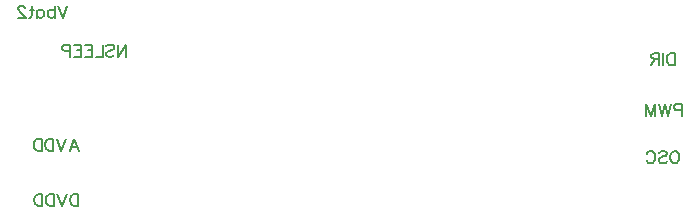
<source format=gbr>
G04 DipTrace 3.2.0.1*
G04 BottomSilk.gbr*
%MOIN*%
G04 #@! TF.FileFunction,Legend,Bot*
G04 #@! TF.Part,Single*
%ADD81C,0.005906*%
%FSLAX26Y26*%
G04*
G70*
G90*
G75*
G01*
G04 BotSilk*
%LPD*%
X1202954Y691184D2*
D81*
X1218296Y731376D1*
X1233595Y691184D1*
X1227847Y704582D2*
X1208702D1*
X1191143Y731376D2*
X1175844Y691184D1*
X1160545Y731376D1*
X1148734D2*
Y691184D1*
X1135337D1*
X1129589Y693130D1*
X1125742Y696932D1*
X1123841Y700779D1*
X1121940Y706483D1*
Y716078D1*
X1123841Y721826D1*
X1125742Y725628D1*
X1129589Y729475D1*
X1135337Y731376D1*
X1148734D1*
X1110129D2*
Y691184D1*
X1096731D1*
X1090983Y693130D1*
X1087137Y696932D1*
X1085235Y700779D1*
X1083334Y706483D1*
Y716078D1*
X1085235Y721826D1*
X1087137Y725628D1*
X1090983Y729475D1*
X1096731Y731376D1*
X1110129D1*
X3219708Y1017105D2*
Y976913D1*
X3206311D1*
X3200563Y978858D1*
X3196716Y982661D1*
X3194815Y986508D1*
X3192913Y992211D1*
Y1001806D1*
X3194815Y1007554D1*
X3196716Y1011357D1*
X3200563Y1015204D1*
X3206311Y1017105D1*
X3219708D1*
X3181102D2*
Y976913D1*
X3169291Y997959D2*
X3152091D1*
X3146343Y999905D1*
X3144398Y1001806D1*
X3142497Y1005609D1*
Y1009455D1*
X3144398Y1013258D1*
X3146343Y1015204D1*
X3152091Y1017105D1*
X3169291D1*
Y976913D1*
X3155894Y997959D2*
X3142497Y976913D1*
X1231672Y547321D2*
Y507129D1*
X1218274D1*
X1212526Y509075D1*
X1208680Y512877D1*
X1206778Y516724D1*
X1204877Y522428D1*
Y532023D1*
X1206778Y537771D1*
X1208680Y541573D1*
X1212526Y545420D1*
X1218274Y547321D1*
X1231672D1*
X1193066D2*
X1177767Y507129D1*
X1162469Y547321D1*
X1150658D2*
Y507129D1*
X1137260D1*
X1131512Y509075D1*
X1127666Y512877D1*
X1125764Y516724D1*
X1123863Y522428D1*
Y532023D1*
X1125764Y537771D1*
X1127666Y541573D1*
X1131512Y545420D1*
X1137260Y547321D1*
X1150658D1*
X1112052D2*
Y507129D1*
X1098655D1*
X1092907Y509075D1*
X1089060Y512877D1*
X1087159Y516724D1*
X1085257Y522428D1*
Y532023D1*
X1087159Y537771D1*
X1089060Y541573D1*
X1092907Y545420D1*
X1098655Y547321D1*
X1112052D1*
X1363795Y1045156D2*
Y1004964D1*
X1390590Y1045156D1*
Y1004964D1*
X1325190Y1039408D2*
X1328992Y1043255D1*
X1334740Y1045156D1*
X1342389D1*
X1348137Y1043255D1*
X1351984Y1039408D1*
Y1035605D1*
X1350039Y1031759D1*
X1348137Y1029857D1*
X1344335Y1027956D1*
X1332839Y1024109D1*
X1328992Y1022208D1*
X1327091Y1020263D1*
X1325190Y1016460D1*
Y1010712D1*
X1328992Y1006909D1*
X1334740Y1004964D1*
X1342389D1*
X1348137Y1006909D1*
X1351984Y1010712D1*
X1313379Y1045156D2*
Y1004964D1*
X1290431D1*
X1253770Y1045156D2*
X1278620D1*
Y1004964D1*
X1253770D1*
X1278620Y1026011D2*
X1263321D1*
X1217110Y1045156D2*
X1241959D1*
Y1004964D1*
X1217110D1*
X1241959Y1026011D2*
X1226661D1*
X1205299Y1024109D2*
X1188055D1*
X1182351Y1026011D1*
X1180406Y1027956D1*
X1178505Y1031759D1*
Y1037507D1*
X1180406Y1041309D1*
X1182351Y1043255D1*
X1188055Y1045156D1*
X1205299D1*
Y1004964D1*
X3224461Y690333D2*
X3228308Y688432D1*
X3232111Y684585D1*
X3234056Y680783D1*
X3235957Y675035D1*
Y665440D1*
X3234056Y659736D1*
X3232111Y655889D1*
X3228308Y652087D1*
X3224461Y650141D1*
X3216812D1*
X3213009Y652087D1*
X3209163Y655889D1*
X3207261Y659736D1*
X3205360Y665440D1*
Y675035D1*
X3207261Y680783D1*
X3209163Y684585D1*
X3213009Y688432D1*
X3216812Y690333D1*
X3224461D1*
X3166754Y684585D2*
X3170557Y688432D1*
X3176305Y690333D1*
X3183954D1*
X3189702Y688432D1*
X3193549Y684585D1*
Y680783D1*
X3191604Y676936D1*
X3189702Y675035D1*
X3185900Y673133D1*
X3174404Y669286D1*
X3170557Y667385D1*
X3168656Y665440D1*
X3166754Y661637D1*
Y655889D1*
X3170557Y652087D1*
X3176305Y650141D1*
X3183954D1*
X3189702Y652087D1*
X3193549Y655889D1*
X3126247Y680783D2*
X3128149Y684585D1*
X3131995Y688432D1*
X3135798Y690333D1*
X3143447D1*
X3147294Y688432D1*
X3151097Y684585D1*
X3153042Y680783D1*
X3154943Y675035D1*
Y665440D1*
X3153042Y659736D1*
X3151097Y655889D1*
X3147294Y652087D1*
X3143447Y650141D1*
X3135798D1*
X3131995Y652087D1*
X3128149Y655889D1*
X3126247Y659736D1*
X3244692Y826767D2*
X3227448D1*
X3221744Y828668D1*
X3219798Y830614D1*
X3217897Y834416D1*
Y840164D1*
X3219798Y843967D1*
X3221744Y845912D1*
X3227448Y847813D1*
X3244692D1*
Y807621D1*
X3206086Y847813D2*
X3196491Y807621D1*
X3186941Y847813D1*
X3177390Y807621D1*
X3167795Y847813D1*
X3125387Y807621D2*
Y847813D1*
X3140686Y807621D1*
X3155984Y847813D1*
Y807621D1*
X1195365Y1175422D2*
X1180067Y1135230D1*
X1164768Y1175422D1*
X1152957D2*
Y1135230D1*
Y1156277D2*
X1149110Y1160124D1*
X1145308Y1162025D1*
X1139560D1*
X1135757Y1160124D1*
X1131910Y1156277D1*
X1130009Y1150529D1*
Y1146726D1*
X1131910Y1140978D1*
X1135757Y1137176D1*
X1139560Y1135230D1*
X1145308D1*
X1149110Y1137176D1*
X1152957Y1140978D1*
X1095250Y1162025D2*
Y1135230D1*
Y1156277D2*
X1099053Y1160124D1*
X1102900Y1162025D1*
X1108603D1*
X1112450Y1160124D1*
X1116253Y1156277D1*
X1118198Y1150529D1*
Y1146726D1*
X1116253Y1140978D1*
X1112450Y1137176D1*
X1108603Y1135230D1*
X1102900D1*
X1099053Y1137176D1*
X1095250Y1140978D1*
X1077691Y1175422D2*
Y1142880D1*
X1075790Y1137176D1*
X1071943Y1135230D1*
X1068141D1*
X1083439Y1162025D2*
X1070042D1*
X1054384Y1165828D2*
Y1167729D1*
X1052483Y1171576D1*
X1050582Y1173477D1*
X1046735Y1175378D1*
X1039086D1*
X1035283Y1173477D1*
X1033382Y1171576D1*
X1031436Y1167729D1*
Y1163926D1*
X1033382Y1160080D1*
X1037184Y1154376D1*
X1056330Y1135230D1*
X1029535D1*
M02*

</source>
